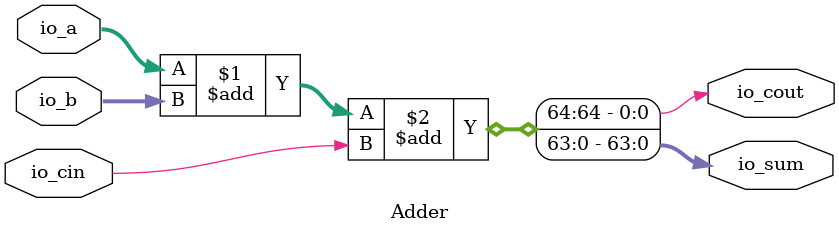
<source format=v>
module Adder #(
    parameter WIDTH = 64
) (
    input  [WIDTH-1:0] io_a,
    input  [WIDTH-1:0] io_b,
    input              io_cin,
    output [WIDTH-1:0] io_sum,
    output             io_cout
);

/* verilator lint_off WIDTHEXPAND */
assign {io_cout, io_sum}  = io_a + io_b + io_cin;
/* verilator lint_on WIDTHEXPAND */

endmodule

</source>
